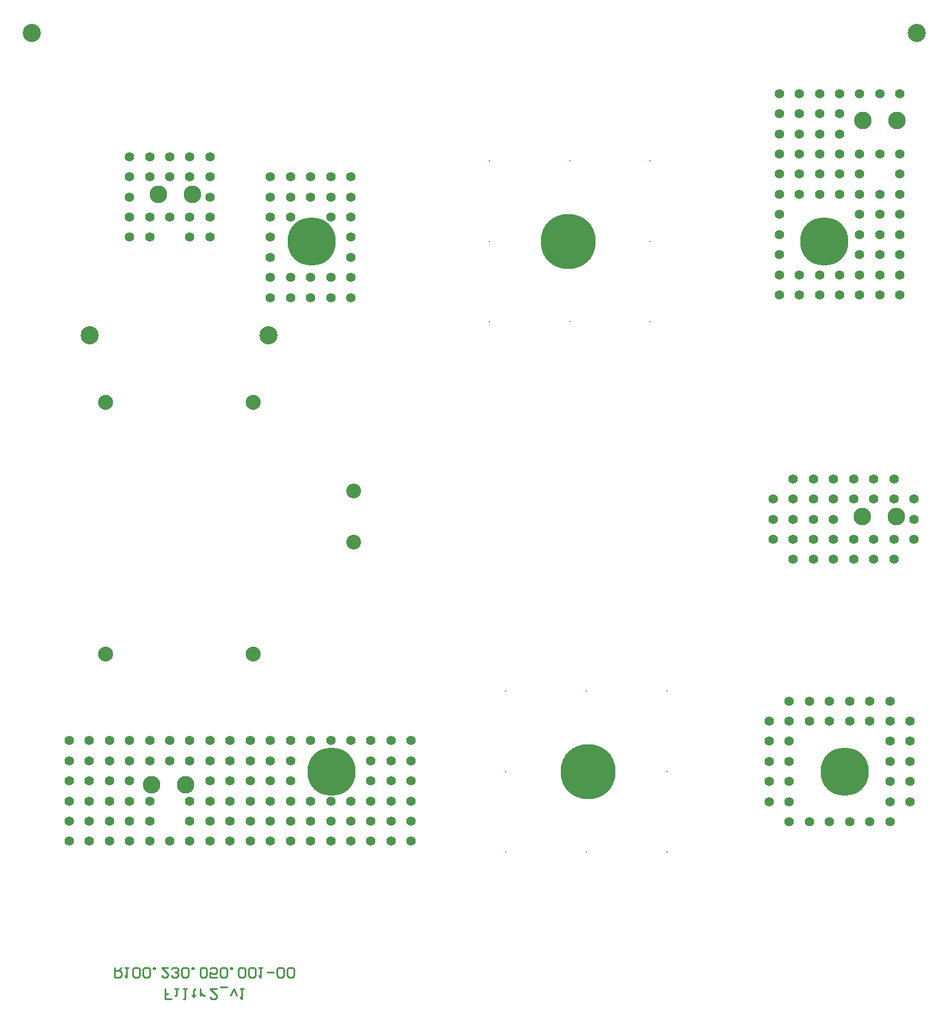
<source format=gbs>
G04 Layer_Color=16711935*
%FSLAX44Y44*%
%MOMM*%
G71*
G01*
G75*
%ADD21C,0.2500*%
%ADD24C,8.2032*%
%ADD25C,7.2032*%
%ADD26C,0.2032*%
%ADD27C,2.6162*%
%ADD28C,2.2352*%
%ADD29C,2.7032*%
%ADD30C,2.2032*%
%ADD31C,1.4032*%
D21*
X228766Y81361D02*
X218769D01*
Y88859D01*
X223767D01*
X218769D01*
Y96356D01*
X233764D02*
X238763D01*
X236263D01*
Y86359D01*
X233764D01*
X246260Y96356D02*
X251259D01*
X248759D01*
Y81361D01*
X246260D01*
X261255Y83860D02*
Y86359D01*
X258756D01*
X263755D01*
X261255D01*
Y93857D01*
X263755Y96356D01*
X271252Y86359D02*
Y96356D01*
Y91358D01*
X273751Y88859D01*
X276250Y86359D01*
X278750D01*
X296244Y96356D02*
X286247D01*
X296244Y86359D01*
Y83860D01*
X293745Y81361D01*
X288746D01*
X286247Y83860D01*
X301242Y98855D02*
X311239D01*
X316238Y86359D02*
X321236Y96356D01*
X326234Y86359D01*
X331233Y96356D02*
X336231D01*
X333732D01*
Y81361D01*
X331233Y83860D01*
X143793Y127998D02*
Y113002D01*
X151291D01*
X153790Y115502D01*
Y120500D01*
X151291Y122999D01*
X143793D01*
X148792D02*
X153790Y127998D01*
X158788D02*
X163787D01*
X161288D01*
Y113002D01*
X158788Y115502D01*
X171284D02*
X173784Y113002D01*
X178782D01*
X181281Y115502D01*
Y125498D01*
X178782Y127998D01*
X173784D01*
X171284Y125498D01*
Y115502D01*
X186280D02*
X188779Y113002D01*
X193777D01*
X196276Y115502D01*
Y125498D01*
X193777Y127998D01*
X188779D01*
X186280Y125498D01*
Y115502D01*
X201275Y127998D02*
Y125498D01*
X203774D01*
Y127998D01*
X201275D01*
X223767D02*
X213771D01*
X223767Y118001D01*
Y115502D01*
X221268Y113002D01*
X216270D01*
X213771Y115502D01*
X228766D02*
X231265Y113002D01*
X236263D01*
X238763Y115502D01*
Y118001D01*
X236263Y120500D01*
X233764D01*
X236263D01*
X238763Y122999D01*
Y125498D01*
X236263Y127998D01*
X231265D01*
X228766Y125498D01*
X243761Y115502D02*
X246260Y113002D01*
X251259D01*
X253758Y115502D01*
Y125498D01*
X251259Y127998D01*
X246260D01*
X243761Y125498D01*
Y115502D01*
X258756Y127998D02*
Y125498D01*
X261255D01*
Y127998D01*
X258756D01*
X271252Y115502D02*
X273751Y113002D01*
X278750D01*
X281249Y115502D01*
Y125498D01*
X278750Y127998D01*
X273751D01*
X271252Y125498D01*
Y115502D01*
X296244Y113002D02*
X286247D01*
Y120500D01*
X291246Y118001D01*
X293745D01*
X296244Y120500D01*
Y125498D01*
X293745Y127998D01*
X288746D01*
X286247Y125498D01*
X301242Y115502D02*
X303742Y113002D01*
X308740D01*
X311239Y115502D01*
Y125498D01*
X308740Y127998D01*
X303742D01*
X301242Y125498D01*
Y115502D01*
X316238Y127998D02*
Y125498D01*
X318737D01*
Y127998D01*
X316238D01*
X328733Y115502D02*
X331233Y113002D01*
X336231D01*
X338730Y115502D01*
Y125498D01*
X336231Y127998D01*
X331233D01*
X328733Y125498D01*
Y115502D01*
X343729D02*
X346228Y113002D01*
X351226D01*
X353725Y115502D01*
Y125498D01*
X351226Y127998D01*
X346228D01*
X343729Y125498D01*
Y115502D01*
X358724Y127998D02*
X363722D01*
X361223D01*
Y113002D01*
X358724Y115502D01*
X371220Y120500D02*
X381217D01*
X386215Y115502D02*
X388714Y113002D01*
X393712D01*
X396212Y115502D01*
Y125498D01*
X393712Y127998D01*
X388714D01*
X386215Y125498D01*
Y115502D01*
X401210D02*
X403709Y113002D01*
X408708D01*
X411207Y115502D01*
Y125498D01*
X408708Y127998D01*
X403709D01*
X401210Y125498D01*
Y115502D01*
D24*
X850000Y420000D02*
D03*
X820000Y1210000D02*
D03*
D25*
X467500Y420000D02*
D03*
X1232500D02*
D03*
X437500Y1210000D02*
D03*
X1202500D02*
D03*
D26*
X727500Y540000D02*
D03*
X847500D02*
D03*
X967500D02*
D03*
Y420000D02*
D03*
X727500D02*
D03*
X967500Y300000D02*
D03*
X847500D02*
D03*
X727500D02*
D03*
X942500Y1330000D02*
D03*
X822500D02*
D03*
X702500D02*
D03*
X942500Y1210000D02*
D03*
X702500D02*
D03*
Y1090000D02*
D03*
X822500D02*
D03*
X942500D02*
D03*
D27*
X1310000Y800000D02*
D03*
X1259200D02*
D03*
X260000Y1280000D02*
D03*
X209200D02*
D03*
X1310800Y1390000D02*
D03*
X1260000D02*
D03*
X250000Y400000D02*
D03*
X199200D02*
D03*
D28*
X350000Y595000D02*
D03*
Y970000D02*
D03*
X130000Y595000D02*
D03*
Y970000D02*
D03*
D29*
X106650Y1070000D02*
D03*
X373350D02*
D03*
X1340000Y1520000D02*
D03*
X20000D02*
D03*
D30*
X500000Y838100D02*
D03*
Y761900D02*
D03*
D31*
X1135000Y1130000D02*
D03*
Y1160000D02*
D03*
Y1190000D02*
D03*
Y1220000D02*
D03*
Y1250000D02*
D03*
Y1280000D02*
D03*
Y1310000D02*
D03*
Y1340000D02*
D03*
Y1370000D02*
D03*
Y1400000D02*
D03*
Y1430000D02*
D03*
X1165000Y1130000D02*
D03*
Y1160000D02*
D03*
Y1280000D02*
D03*
Y1310000D02*
D03*
Y1340000D02*
D03*
Y1370000D02*
D03*
Y1400000D02*
D03*
Y1430000D02*
D03*
X1195000Y1130000D02*
D03*
Y1160000D02*
D03*
Y1280000D02*
D03*
Y1310000D02*
D03*
Y1340000D02*
D03*
Y1370000D02*
D03*
Y1400000D02*
D03*
Y1430000D02*
D03*
X1225000Y1130000D02*
D03*
Y1160000D02*
D03*
Y1280000D02*
D03*
Y1310000D02*
D03*
Y1340000D02*
D03*
Y1370000D02*
D03*
Y1400000D02*
D03*
Y1430000D02*
D03*
X1255000Y1130000D02*
D03*
Y1160000D02*
D03*
Y1190000D02*
D03*
Y1220000D02*
D03*
Y1250000D02*
D03*
Y1280000D02*
D03*
Y1310000D02*
D03*
Y1340000D02*
D03*
Y1430000D02*
D03*
X1285000Y1130000D02*
D03*
Y1160000D02*
D03*
Y1190000D02*
D03*
Y1220000D02*
D03*
Y1250000D02*
D03*
Y1280000D02*
D03*
Y1340000D02*
D03*
Y1430000D02*
D03*
X1315000Y1130000D02*
D03*
Y1160000D02*
D03*
Y1190000D02*
D03*
Y1220000D02*
D03*
Y1250000D02*
D03*
Y1280000D02*
D03*
Y1310000D02*
D03*
Y1340000D02*
D03*
Y1430000D02*
D03*
X1120000Y375000D02*
D03*
Y405000D02*
D03*
Y435000D02*
D03*
Y465000D02*
D03*
Y495000D02*
D03*
X1150000Y345000D02*
D03*
Y375000D02*
D03*
Y405000D02*
D03*
Y435000D02*
D03*
Y465000D02*
D03*
Y495000D02*
D03*
Y525000D02*
D03*
X1180000Y345000D02*
D03*
Y495000D02*
D03*
Y525000D02*
D03*
X1210000Y345000D02*
D03*
Y495000D02*
D03*
Y525000D02*
D03*
X1240000Y345000D02*
D03*
Y495000D02*
D03*
Y525000D02*
D03*
X1270000Y345000D02*
D03*
Y495000D02*
D03*
Y525000D02*
D03*
X1300000Y345000D02*
D03*
Y375000D02*
D03*
Y405000D02*
D03*
Y435000D02*
D03*
Y465000D02*
D03*
Y495000D02*
D03*
Y525000D02*
D03*
X1330000Y375000D02*
D03*
Y405000D02*
D03*
Y435000D02*
D03*
Y465000D02*
D03*
Y495000D02*
D03*
X1126000Y766000D02*
D03*
Y796000D02*
D03*
Y826000D02*
D03*
X1156000Y736000D02*
D03*
Y766000D02*
D03*
Y796000D02*
D03*
Y826000D02*
D03*
Y856000D02*
D03*
X1186000Y736000D02*
D03*
Y766000D02*
D03*
Y796000D02*
D03*
Y826000D02*
D03*
Y856000D02*
D03*
X1216000Y736000D02*
D03*
Y766000D02*
D03*
Y796000D02*
D03*
Y826000D02*
D03*
Y856000D02*
D03*
X1246000Y736000D02*
D03*
Y766000D02*
D03*
Y826000D02*
D03*
Y856000D02*
D03*
X1276000Y736000D02*
D03*
Y766000D02*
D03*
Y826000D02*
D03*
Y856000D02*
D03*
X1305999Y736000D02*
D03*
Y766000D02*
D03*
Y826000D02*
D03*
Y856000D02*
D03*
X1335999Y766000D02*
D03*
Y796000D02*
D03*
Y826000D02*
D03*
X166000Y1216000D02*
D03*
Y1246000D02*
D03*
Y1276000D02*
D03*
Y1305999D02*
D03*
Y1335999D02*
D03*
X196000Y1216000D02*
D03*
Y1246000D02*
D03*
Y1305999D02*
D03*
Y1335999D02*
D03*
X226000Y1246000D02*
D03*
Y1305999D02*
D03*
Y1335999D02*
D03*
X256000Y1216000D02*
D03*
Y1246000D02*
D03*
Y1305999D02*
D03*
Y1335999D02*
D03*
X286000Y1216000D02*
D03*
Y1246000D02*
D03*
Y1276000D02*
D03*
Y1305999D02*
D03*
Y1335999D02*
D03*
X376000Y1126000D02*
D03*
Y1156000D02*
D03*
Y1186000D02*
D03*
Y1216000D02*
D03*
Y1246000D02*
D03*
Y1276000D02*
D03*
Y1305999D02*
D03*
X406000Y1126000D02*
D03*
Y1156000D02*
D03*
Y1246000D02*
D03*
Y1276000D02*
D03*
Y1305999D02*
D03*
X436000Y1126000D02*
D03*
Y1156000D02*
D03*
Y1276000D02*
D03*
Y1305999D02*
D03*
X466000Y1126000D02*
D03*
Y1156000D02*
D03*
Y1246000D02*
D03*
Y1276000D02*
D03*
Y1305999D02*
D03*
X496000Y1126000D02*
D03*
Y1156000D02*
D03*
Y1186000D02*
D03*
Y1216000D02*
D03*
Y1246000D02*
D03*
Y1276000D02*
D03*
Y1305999D02*
D03*
X76000Y316000D02*
D03*
Y346000D02*
D03*
Y376000D02*
D03*
Y406000D02*
D03*
Y436000D02*
D03*
Y466000D02*
D03*
X106000Y316000D02*
D03*
Y346000D02*
D03*
Y376000D02*
D03*
Y406000D02*
D03*
Y436000D02*
D03*
Y466000D02*
D03*
X136000Y316000D02*
D03*
Y346000D02*
D03*
Y376000D02*
D03*
Y406000D02*
D03*
Y436000D02*
D03*
Y466000D02*
D03*
X166000Y316000D02*
D03*
Y346000D02*
D03*
Y376000D02*
D03*
Y406000D02*
D03*
Y436000D02*
D03*
Y466000D02*
D03*
X196000Y316000D02*
D03*
Y346000D02*
D03*
Y376000D02*
D03*
Y436000D02*
D03*
Y466000D02*
D03*
X226000Y316000D02*
D03*
Y436000D02*
D03*
Y466000D02*
D03*
X256000Y316000D02*
D03*
Y346000D02*
D03*
Y376000D02*
D03*
Y436000D02*
D03*
Y466000D02*
D03*
X286000Y316000D02*
D03*
Y346000D02*
D03*
Y376000D02*
D03*
Y406000D02*
D03*
Y436000D02*
D03*
Y466000D02*
D03*
X316000Y316000D02*
D03*
Y346000D02*
D03*
Y376000D02*
D03*
Y406000D02*
D03*
Y436000D02*
D03*
Y466000D02*
D03*
X346000Y316000D02*
D03*
Y346000D02*
D03*
Y376000D02*
D03*
Y406000D02*
D03*
Y436000D02*
D03*
Y466000D02*
D03*
X376000Y316000D02*
D03*
Y346000D02*
D03*
Y376000D02*
D03*
Y406000D02*
D03*
Y436000D02*
D03*
Y466000D02*
D03*
X406000Y316000D02*
D03*
Y346000D02*
D03*
Y376000D02*
D03*
Y406000D02*
D03*
Y436000D02*
D03*
Y466000D02*
D03*
X436000Y316000D02*
D03*
Y346000D02*
D03*
Y376000D02*
D03*
Y466000D02*
D03*
X466000Y316000D02*
D03*
Y346000D02*
D03*
Y376000D02*
D03*
Y466000D02*
D03*
X496000Y316000D02*
D03*
Y346000D02*
D03*
Y376000D02*
D03*
Y466000D02*
D03*
X526000Y316000D02*
D03*
Y346000D02*
D03*
Y376000D02*
D03*
Y406000D02*
D03*
Y436000D02*
D03*
Y466000D02*
D03*
X556000Y316000D02*
D03*
Y346000D02*
D03*
Y376000D02*
D03*
Y406000D02*
D03*
Y436000D02*
D03*
Y466000D02*
D03*
X586000Y316000D02*
D03*
Y346000D02*
D03*
Y376000D02*
D03*
Y406000D02*
D03*
Y436000D02*
D03*
Y466000D02*
D03*
M02*

</source>
